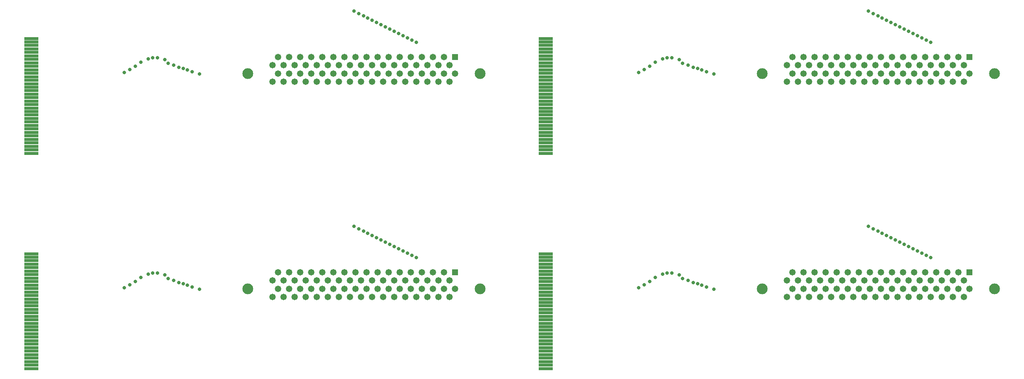
<source format=gts>
%FSLAX23Y23*%
%MOIN*%
G70*
G01*
G75*
G04 Layer_Color=8388736*
%ADD10R,0.118X0.018*%
%ADD11C,0.010*%
%ADD12C,0.050*%
%ADD13R,0.050X0.050*%
%ADD14C,0.090*%
%ADD15C,0.024*%
%ADD16R,0.118X0.018*%
%ADD17C,0.008*%
%ADD18R,0.126X0.026*%
%ADD19C,0.058*%
%ADD20R,0.058X0.058*%
%ADD21C,0.098*%
%ADD22C,0.032*%
D18*
X8005Y9780D02*
D03*
Y9748D02*
D03*
Y9717D02*
D03*
Y9685D02*
D03*
Y9654D02*
D03*
Y9622D02*
D03*
Y9591D02*
D03*
Y9559D02*
D03*
Y9528D02*
D03*
Y9496D02*
D03*
Y9465D02*
D03*
Y9433D02*
D03*
Y9402D02*
D03*
Y9370D02*
D03*
Y9339D02*
D03*
Y9307D02*
D03*
Y9276D02*
D03*
Y9244D02*
D03*
Y9213D02*
D03*
Y9181D02*
D03*
Y9150D02*
D03*
Y9118D02*
D03*
Y9087D02*
D03*
Y9055D02*
D03*
Y9024D02*
D03*
Y8992D02*
D03*
Y8961D02*
D03*
Y8929D02*
D03*
Y8898D02*
D03*
Y8866D02*
D03*
Y8835D02*
D03*
Y8803D02*
D03*
Y8772D02*
D03*
Y8740D02*
D03*
X12655Y9780D02*
D03*
Y9748D02*
D03*
Y9717D02*
D03*
Y9685D02*
D03*
Y9654D02*
D03*
Y9622D02*
D03*
Y9591D02*
D03*
Y9559D02*
D03*
Y9528D02*
D03*
Y9496D02*
D03*
Y9465D02*
D03*
Y9433D02*
D03*
Y9402D02*
D03*
Y9370D02*
D03*
Y9339D02*
D03*
Y9307D02*
D03*
Y9276D02*
D03*
Y9244D02*
D03*
Y9213D02*
D03*
Y9181D02*
D03*
Y9150D02*
D03*
Y9118D02*
D03*
Y9087D02*
D03*
Y9055D02*
D03*
Y9024D02*
D03*
Y8992D02*
D03*
Y8961D02*
D03*
Y8929D02*
D03*
Y8898D02*
D03*
Y8866D02*
D03*
Y8835D02*
D03*
Y8803D02*
D03*
Y8772D02*
D03*
Y8740D02*
D03*
X8005Y11730D02*
D03*
Y11698D02*
D03*
Y11667D02*
D03*
Y11635D02*
D03*
Y11604D02*
D03*
Y11572D02*
D03*
Y11541D02*
D03*
Y11509D02*
D03*
Y11478D02*
D03*
Y11446D02*
D03*
Y11415D02*
D03*
Y11383D02*
D03*
Y11352D02*
D03*
Y11320D02*
D03*
Y11289D02*
D03*
Y11257D02*
D03*
Y11226D02*
D03*
Y11194D02*
D03*
Y11163D02*
D03*
Y11131D02*
D03*
Y11100D02*
D03*
Y11068D02*
D03*
Y11037D02*
D03*
Y11005D02*
D03*
Y10974D02*
D03*
Y10942D02*
D03*
Y10911D02*
D03*
Y10879D02*
D03*
Y10848D02*
D03*
Y10816D02*
D03*
Y10785D02*
D03*
Y10753D02*
D03*
Y10722D02*
D03*
Y10690D02*
D03*
X12655Y11730D02*
D03*
Y11698D02*
D03*
Y11667D02*
D03*
Y11635D02*
D03*
Y11604D02*
D03*
Y11572D02*
D03*
Y11541D02*
D03*
Y11509D02*
D03*
Y11478D02*
D03*
Y11446D02*
D03*
Y11415D02*
D03*
Y11383D02*
D03*
Y11352D02*
D03*
Y11320D02*
D03*
Y11289D02*
D03*
Y11257D02*
D03*
Y11226D02*
D03*
Y11194D02*
D03*
Y11163D02*
D03*
Y11131D02*
D03*
Y11100D02*
D03*
Y11068D02*
D03*
Y11037D02*
D03*
Y11005D02*
D03*
Y10974D02*
D03*
Y10942D02*
D03*
Y10911D02*
D03*
Y10879D02*
D03*
Y10848D02*
D03*
Y10816D02*
D03*
Y10785D02*
D03*
Y10753D02*
D03*
Y10722D02*
D03*
Y10690D02*
D03*
D19*
X10185Y9387D02*
D03*
Y9538D02*
D03*
X10235Y9462D02*
D03*
Y9613D02*
D03*
X10285Y9387D02*
D03*
Y9538D02*
D03*
X10335Y9462D02*
D03*
Y9613D02*
D03*
X10384Y9387D02*
D03*
X10385Y9538D02*
D03*
X10435Y9462D02*
D03*
Y9613D02*
D03*
X10485Y9387D02*
D03*
Y9538D02*
D03*
X10535Y9462D02*
D03*
Y9613D02*
D03*
X10585Y9387D02*
D03*
Y9538D02*
D03*
X10635Y9462D02*
D03*
Y9613D02*
D03*
X10685Y9387D02*
D03*
Y9538D02*
D03*
X10735Y9462D02*
D03*
Y9613D02*
D03*
X10785Y9387D02*
D03*
Y9538D02*
D03*
X10835Y9462D02*
D03*
Y9613D02*
D03*
X10885Y9387D02*
D03*
Y9538D02*
D03*
X10935Y9462D02*
D03*
Y9613D02*
D03*
X10985Y9387D02*
D03*
Y9538D02*
D03*
X11035Y9462D02*
D03*
Y9613D02*
D03*
X11085Y9387D02*
D03*
Y9538D02*
D03*
X11135Y9462D02*
D03*
Y9613D02*
D03*
X11185Y9387D02*
D03*
Y9538D02*
D03*
X11235Y9462D02*
D03*
Y9613D02*
D03*
X11285Y9387D02*
D03*
Y9538D02*
D03*
X11335Y9462D02*
D03*
Y9613D02*
D03*
X11385Y9387D02*
D03*
Y9538D02*
D03*
X11435Y9462D02*
D03*
Y9613D02*
D03*
X11485Y9387D02*
D03*
Y9538D02*
D03*
X11535Y9462D02*
D03*
Y9613D02*
D03*
X11585Y9387D02*
D03*
Y9538D02*
D03*
X11635Y9462D02*
D03*
Y9613D02*
D03*
X11685Y9387D02*
D03*
Y9538D02*
D03*
X11735Y9462D02*
D03*
Y9613D02*
D03*
X11785Y9387D02*
D03*
Y9538D02*
D03*
X11835Y9462D02*
D03*
X14835Y9387D02*
D03*
Y9538D02*
D03*
X14885Y9462D02*
D03*
Y9613D02*
D03*
X14935Y9387D02*
D03*
Y9538D02*
D03*
X14985Y9462D02*
D03*
Y9613D02*
D03*
X15034Y9387D02*
D03*
X15035Y9538D02*
D03*
X15085Y9462D02*
D03*
Y9613D02*
D03*
X15135Y9387D02*
D03*
Y9538D02*
D03*
X15185Y9462D02*
D03*
Y9613D02*
D03*
X15235Y9387D02*
D03*
Y9538D02*
D03*
X15285Y9462D02*
D03*
Y9613D02*
D03*
X15335Y9387D02*
D03*
Y9538D02*
D03*
X15385Y9462D02*
D03*
Y9613D02*
D03*
X15435Y9387D02*
D03*
Y9538D02*
D03*
X15485Y9462D02*
D03*
Y9613D02*
D03*
X15535Y9387D02*
D03*
Y9538D02*
D03*
X15585Y9462D02*
D03*
Y9613D02*
D03*
X15635Y9387D02*
D03*
Y9538D02*
D03*
X15685Y9462D02*
D03*
Y9613D02*
D03*
X15735Y9387D02*
D03*
Y9538D02*
D03*
X15785Y9462D02*
D03*
Y9613D02*
D03*
X15835Y9387D02*
D03*
Y9538D02*
D03*
X15885Y9462D02*
D03*
Y9613D02*
D03*
X15935Y9387D02*
D03*
Y9538D02*
D03*
X15985Y9462D02*
D03*
Y9613D02*
D03*
X16035Y9387D02*
D03*
Y9538D02*
D03*
X16085Y9462D02*
D03*
Y9613D02*
D03*
X16135Y9387D02*
D03*
Y9538D02*
D03*
X16185Y9462D02*
D03*
Y9613D02*
D03*
X16235Y9387D02*
D03*
Y9538D02*
D03*
X16285Y9462D02*
D03*
Y9613D02*
D03*
X16335Y9387D02*
D03*
Y9538D02*
D03*
X16385Y9462D02*
D03*
Y9613D02*
D03*
X16435Y9387D02*
D03*
Y9538D02*
D03*
X16485Y9462D02*
D03*
X10185Y11337D02*
D03*
Y11488D02*
D03*
X10235Y11413D02*
D03*
Y11562D02*
D03*
X10285Y11337D02*
D03*
Y11488D02*
D03*
X10335Y11413D02*
D03*
Y11562D02*
D03*
X10384Y11337D02*
D03*
X10385Y11488D02*
D03*
X10435Y11413D02*
D03*
Y11562D02*
D03*
X10485Y11337D02*
D03*
Y11488D02*
D03*
X10535Y11413D02*
D03*
Y11562D02*
D03*
X10585Y11337D02*
D03*
Y11488D02*
D03*
X10635Y11413D02*
D03*
Y11562D02*
D03*
X10685Y11337D02*
D03*
Y11488D02*
D03*
X10735Y11413D02*
D03*
Y11562D02*
D03*
X10785Y11337D02*
D03*
Y11488D02*
D03*
X10835Y11413D02*
D03*
Y11562D02*
D03*
X10885Y11337D02*
D03*
Y11488D02*
D03*
X10935Y11413D02*
D03*
Y11562D02*
D03*
X10985Y11337D02*
D03*
Y11488D02*
D03*
X11035Y11413D02*
D03*
Y11562D02*
D03*
X11085Y11337D02*
D03*
Y11488D02*
D03*
X11135Y11413D02*
D03*
Y11562D02*
D03*
X11185Y11337D02*
D03*
Y11488D02*
D03*
X11235Y11413D02*
D03*
Y11562D02*
D03*
X11285Y11337D02*
D03*
Y11488D02*
D03*
X11335Y11413D02*
D03*
Y11562D02*
D03*
X11385Y11337D02*
D03*
Y11488D02*
D03*
X11435Y11413D02*
D03*
Y11562D02*
D03*
X11485Y11337D02*
D03*
Y11488D02*
D03*
X11535Y11413D02*
D03*
Y11562D02*
D03*
X11585Y11337D02*
D03*
Y11488D02*
D03*
X11635Y11413D02*
D03*
Y11562D02*
D03*
X11685Y11337D02*
D03*
Y11488D02*
D03*
X11735Y11413D02*
D03*
Y11562D02*
D03*
X11785Y11337D02*
D03*
Y11488D02*
D03*
X11835Y11413D02*
D03*
X14835Y11337D02*
D03*
Y11488D02*
D03*
X14885Y11413D02*
D03*
Y11562D02*
D03*
X14935Y11337D02*
D03*
Y11488D02*
D03*
X14985Y11413D02*
D03*
Y11562D02*
D03*
X15034Y11337D02*
D03*
X15035Y11488D02*
D03*
X15085Y11413D02*
D03*
Y11562D02*
D03*
X15135Y11337D02*
D03*
Y11488D02*
D03*
X15185Y11413D02*
D03*
Y11562D02*
D03*
X15235Y11337D02*
D03*
Y11488D02*
D03*
X15285Y11413D02*
D03*
Y11562D02*
D03*
X15335Y11337D02*
D03*
Y11488D02*
D03*
X15385Y11413D02*
D03*
Y11562D02*
D03*
X15435Y11337D02*
D03*
Y11488D02*
D03*
X15485Y11413D02*
D03*
Y11562D02*
D03*
X15535Y11337D02*
D03*
Y11488D02*
D03*
X15585Y11413D02*
D03*
Y11562D02*
D03*
X15635Y11337D02*
D03*
Y11488D02*
D03*
X15685Y11413D02*
D03*
Y11562D02*
D03*
X15735Y11337D02*
D03*
Y11488D02*
D03*
X15785Y11413D02*
D03*
Y11562D02*
D03*
X15835Y11337D02*
D03*
Y11488D02*
D03*
X15885Y11413D02*
D03*
Y11562D02*
D03*
X15935Y11337D02*
D03*
Y11488D02*
D03*
X15985Y11413D02*
D03*
Y11562D02*
D03*
X16035Y11337D02*
D03*
Y11488D02*
D03*
X16085Y11413D02*
D03*
Y11562D02*
D03*
X16135Y11337D02*
D03*
Y11488D02*
D03*
X16185Y11413D02*
D03*
Y11562D02*
D03*
X16235Y11337D02*
D03*
Y11488D02*
D03*
X16285Y11413D02*
D03*
Y11562D02*
D03*
X16335Y11337D02*
D03*
Y11488D02*
D03*
X16385Y11413D02*
D03*
Y11562D02*
D03*
X16435Y11337D02*
D03*
Y11488D02*
D03*
X16485Y11413D02*
D03*
D20*
X11835Y9613D02*
D03*
X16485D02*
D03*
X11835Y11562D02*
D03*
X16485D02*
D03*
D21*
X12060Y9462D02*
D03*
X9960D02*
D03*
X16710D02*
D03*
X14610D02*
D03*
X12060Y11412D02*
D03*
X9960D02*
D03*
X16710D02*
D03*
X14610D02*
D03*
D22*
X9377Y9507D02*
D03*
X9211Y9589D02*
D03*
X8995Y9565D02*
D03*
X10965Y10005D02*
D03*
X11125Y9925D02*
D03*
X11285Y9845D02*
D03*
X11445Y9765D02*
D03*
X9459Y9478D02*
D03*
X9290Y9540D02*
D03*
X9100Y9605D02*
D03*
X8895Y9500D02*
D03*
X11045Y9965D02*
D03*
X11205Y9885D02*
D03*
X11365Y9805D02*
D03*
X9415Y9494D02*
D03*
X9240Y9555D02*
D03*
X9060Y9595D02*
D03*
X8844Y9472D02*
D03*
X10920Y10030D02*
D03*
X11085Y9945D02*
D03*
X11245Y9865D02*
D03*
X11405Y9785D02*
D03*
X9525Y9460D02*
D03*
X9338Y9520D02*
D03*
X9145Y9605D02*
D03*
X8945Y9530D02*
D03*
X11007Y9984D02*
D03*
X11165Y9905D02*
D03*
X11325Y9825D02*
D03*
X11485Y9745D02*
D03*
X14027Y9507D02*
D03*
X13861Y9589D02*
D03*
X13645Y9565D02*
D03*
X15615Y10005D02*
D03*
X15775Y9925D02*
D03*
X15935Y9845D02*
D03*
X16095Y9765D02*
D03*
X14109Y9478D02*
D03*
X13940Y9540D02*
D03*
X13750Y9605D02*
D03*
X13545Y9500D02*
D03*
X15695Y9965D02*
D03*
X15855Y9885D02*
D03*
X16015Y9805D02*
D03*
X14065Y9494D02*
D03*
X13890Y9555D02*
D03*
X13710Y9595D02*
D03*
X13494Y9472D02*
D03*
X15570Y10030D02*
D03*
X15735Y9945D02*
D03*
X15895Y9865D02*
D03*
X16055Y9785D02*
D03*
X14175Y9460D02*
D03*
X13988Y9520D02*
D03*
X13795Y9605D02*
D03*
X13595Y9530D02*
D03*
X15657Y9984D02*
D03*
X15815Y9905D02*
D03*
X15975Y9825D02*
D03*
X16135Y9745D02*
D03*
X9377Y11457D02*
D03*
X9211Y11539D02*
D03*
X8995Y11515D02*
D03*
X10965Y11955D02*
D03*
X11125Y11875D02*
D03*
X11285Y11795D02*
D03*
X11445Y11715D02*
D03*
X9459Y11428D02*
D03*
X9290Y11490D02*
D03*
X9100Y11555D02*
D03*
X8895Y11450D02*
D03*
X11045Y11915D02*
D03*
X11205Y11835D02*
D03*
X11365Y11755D02*
D03*
X9415Y11444D02*
D03*
X9240Y11505D02*
D03*
X9060Y11545D02*
D03*
X8844Y11422D02*
D03*
X10920Y11980D02*
D03*
X11085Y11895D02*
D03*
X11245Y11815D02*
D03*
X11405Y11735D02*
D03*
X9525Y11410D02*
D03*
X9338Y11470D02*
D03*
X9145Y11555D02*
D03*
X8945Y11480D02*
D03*
X11007Y11934D02*
D03*
X11165Y11855D02*
D03*
X11325Y11775D02*
D03*
X11485Y11695D02*
D03*
X14027Y11457D02*
D03*
X13861Y11539D02*
D03*
X13645Y11515D02*
D03*
X15615Y11955D02*
D03*
X15775Y11875D02*
D03*
X15935Y11795D02*
D03*
X16095Y11715D02*
D03*
X14109Y11428D02*
D03*
X13940Y11490D02*
D03*
X13750Y11555D02*
D03*
X13545Y11450D02*
D03*
X15695Y11915D02*
D03*
X15855Y11835D02*
D03*
X16015Y11755D02*
D03*
X14065Y11444D02*
D03*
X13890Y11505D02*
D03*
X13710Y11545D02*
D03*
X13494Y11422D02*
D03*
X15570Y11980D02*
D03*
X15735Y11895D02*
D03*
X15895Y11815D02*
D03*
X16055Y11735D02*
D03*
X14175Y11410D02*
D03*
X13988Y11470D02*
D03*
X13795Y11555D02*
D03*
X13595Y11480D02*
D03*
X15657Y11934D02*
D03*
X15815Y11855D02*
D03*
X15975Y11775D02*
D03*
X16135Y11695D02*
D03*
M02*

</source>
